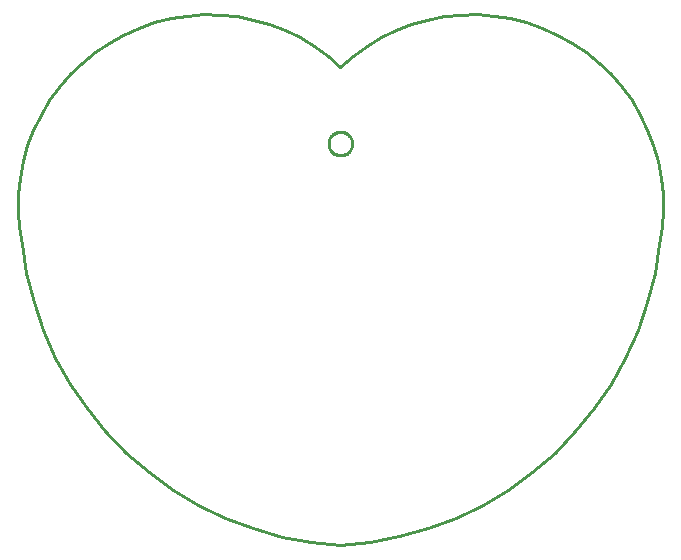
<source format=gbr>
G04 EAGLE Gerber RS-274X export*
G75*
%MOMM*%
%FSLAX34Y34*%
%LPD*%
%AMOC8*
5,1,8,0,0,1.08239X$1,22.5*%
G01*
%ADD10C,0.254000*%


D10*
X-270000Y-85000D02*
X-269998Y-85014D01*
X-265996Y-109895D01*
X-259841Y-134333D01*
X-251579Y-158141D01*
X-241273Y-181139D01*
X-229002Y-203151D01*
X-214860Y-224010D01*
X-198953Y-243556D01*
X-181403Y-261643D01*
X-162344Y-278130D01*
X-141920Y-292894D01*
X-120287Y-305821D01*
X-97610Y-316814D01*
X-74061Y-325789D01*
X-49819Y-332677D01*
X-25069Y-337426D01*
X0Y-340000D01*
X14Y-339999D01*
X25083Y-337424D01*
X49832Y-332674D01*
X74074Y-325785D01*
X97622Y-316809D01*
X120299Y-305815D01*
X141931Y-292886D01*
X162354Y-278122D01*
X181413Y-261633D01*
X198962Y-243546D01*
X214868Y-223999D01*
X229009Y-203139D01*
X241279Y-181127D01*
X251584Y-158129D01*
X259845Y-134320D01*
X265999Y-109882D01*
X270000Y-85000D01*
X270003Y-84986D01*
X272225Y-71036D01*
X273224Y-56945D01*
X272990Y-42821D01*
X271526Y-28771D01*
X268843Y-14901D01*
X264962Y-1319D01*
X259911Y11874D01*
X253730Y24576D01*
X246466Y36691D01*
X238173Y48127D01*
X228915Y58797D01*
X218762Y68619D01*
X207792Y77519D01*
X196088Y85429D01*
X183739Y92289D01*
X170840Y98046D01*
X157487Y102658D01*
X143784Y106088D01*
X129833Y108310D01*
X115742Y109308D01*
X101618Y109075D01*
X87568Y107611D01*
X73698Y104928D01*
X60116Y101047D01*
X46923Y95996D01*
X34221Y89815D01*
X22106Y82551D01*
X10670Y74258D01*
X0Y65000D01*
X-10Y65010D01*
X-10680Y74267D01*
X-22117Y82558D01*
X-34233Y89822D01*
X-46936Y96002D01*
X-60129Y101051D01*
X-73712Y104931D01*
X-87581Y107613D01*
X-101632Y109076D01*
X-115756Y109308D01*
X-129847Y108309D01*
X-143797Y106085D01*
X-157500Y102654D01*
X-170852Y98041D01*
X-183752Y92283D01*
X-196100Y85422D01*
X-207803Y77511D01*
X-218773Y68610D01*
X-228925Y58787D01*
X-238182Y48117D01*
X-246474Y36680D01*
X-253737Y24564D01*
X-259917Y11861D01*
X-264966Y-1332D01*
X-268846Y-14915D01*
X-271528Y-28784D01*
X-272991Y-42835D01*
X-273223Y-56959D01*
X-272224Y-71050D01*
X-270000Y-85000D01*
X10000Y-437D02*
X9924Y-1307D01*
X9772Y-2166D01*
X9546Y-3010D01*
X9248Y-3830D01*
X8879Y-4622D01*
X8442Y-5378D01*
X7941Y-6093D01*
X7380Y-6762D01*
X6762Y-7380D01*
X6093Y-7941D01*
X5378Y-8442D01*
X4622Y-8879D01*
X3830Y-9248D01*
X3010Y-9546D01*
X2166Y-9772D01*
X1307Y-9924D01*
X437Y-10000D01*
X-437Y-10000D01*
X-1307Y-9924D01*
X-2166Y-9772D01*
X-3010Y-9546D01*
X-3830Y-9248D01*
X-4622Y-8879D01*
X-5378Y-8442D01*
X-6093Y-7941D01*
X-6762Y-7380D01*
X-7380Y-6762D01*
X-7941Y-6093D01*
X-8442Y-5378D01*
X-8879Y-4622D01*
X-9248Y-3830D01*
X-9546Y-3010D01*
X-9772Y-2166D01*
X-9924Y-1307D01*
X-10000Y-437D01*
X-10000Y437D01*
X-9924Y1307D01*
X-9772Y2166D01*
X-9546Y3010D01*
X-9248Y3830D01*
X-8879Y4622D01*
X-8442Y5378D01*
X-7941Y6093D01*
X-7380Y6762D01*
X-6762Y7380D01*
X-6093Y7941D01*
X-5378Y8442D01*
X-4622Y8879D01*
X-3830Y9248D01*
X-3010Y9546D01*
X-2166Y9772D01*
X-1307Y9924D01*
X-437Y10000D01*
X437Y10000D01*
X1307Y9924D01*
X2166Y9772D01*
X3010Y9546D01*
X3830Y9248D01*
X4622Y8879D01*
X5378Y8442D01*
X6093Y7941D01*
X6762Y7380D01*
X7380Y6762D01*
X7941Y6093D01*
X8442Y5378D01*
X8879Y4622D01*
X9248Y3830D01*
X9546Y3010D01*
X9772Y2166D01*
X9924Y1307D01*
X10000Y437D01*
X10000Y-437D01*
M02*

</source>
